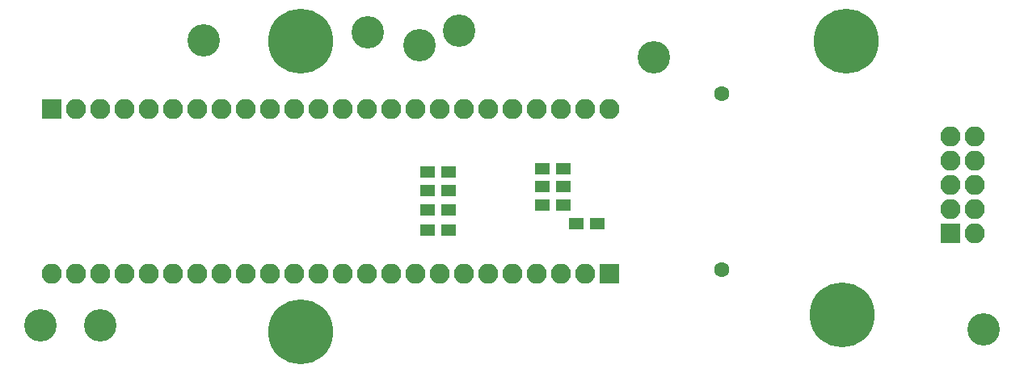
<source format=gbs>
G04 #@! TF.FileFunction,Soldermask,Bot*
%FSLAX46Y46*%
G04 Gerber Fmt 4.6, Leading zero omitted, Abs format (unit mm)*
G04 Created by KiCad (PCBNEW 4.0.7) date 06/06/18 19:33:03*
%MOMM*%
%LPD*%
G01*
G04 APERTURE LIST*
%ADD10C,0.100000*%
%ADD11C,1.600000*%
%ADD12C,6.800000*%
%ADD13R,1.600000X1.300000*%
%ADD14C,3.400000*%
%ADD15R,2.100000X2.100000*%
%ADD16O,2.100000X2.100000*%
G04 APERTURE END LIST*
D10*
D11*
X88163980Y-82562920D03*
X88163980Y-64135920D03*
D12*
X101205640Y-58598740D03*
X44055640Y-58598740D03*
X100728780Y-87342980D03*
X44055640Y-89078740D03*
D13*
X59471740Y-72313800D03*
X57271740Y-72313800D03*
X59479360Y-74312780D03*
X57279360Y-74312780D03*
X59476820Y-76293980D03*
X57276820Y-76293980D03*
X59494780Y-78425040D03*
X57294780Y-78425040D03*
X72864800Y-77726540D03*
X75064800Y-77726540D03*
X69298640Y-75783440D03*
X71498640Y-75783440D03*
X69308800Y-73827640D03*
X71508800Y-73827640D03*
X69318960Y-71950580D03*
X71518960Y-71950580D03*
D14*
X56502300Y-59042300D03*
X81010760Y-60325000D03*
X33830260Y-58519060D03*
X51074320Y-57650380D03*
X60629800Y-57508140D03*
X115559840Y-88800940D03*
X16776700Y-88381840D03*
X23047960Y-88374220D03*
D15*
X112052100Y-78770480D03*
D16*
X114592100Y-78770480D03*
X112052100Y-76230480D03*
X114592100Y-76230480D03*
X112052100Y-73690480D03*
X114592100Y-73690480D03*
X112052100Y-71150480D03*
X114592100Y-71150480D03*
X112052100Y-68610480D03*
X114592100Y-68610480D03*
D15*
X17980660Y-65750000D03*
D16*
X20520660Y-65750000D03*
X23060660Y-65750000D03*
X25600660Y-65750000D03*
X28140660Y-65750000D03*
X30680660Y-65750000D03*
X33220660Y-65750000D03*
X35760660Y-65750000D03*
X38300660Y-65750000D03*
X40840660Y-65750000D03*
X43380660Y-65750000D03*
X45920660Y-65750000D03*
X48460660Y-65750000D03*
X51000660Y-65750000D03*
X53540660Y-65750000D03*
X56080660Y-65750000D03*
X58620660Y-65750000D03*
X61160660Y-65750000D03*
X63700660Y-65750000D03*
X66240660Y-65750000D03*
X68780660Y-65750000D03*
X71320660Y-65750000D03*
X73860660Y-65750000D03*
X76400660Y-65750000D03*
D15*
X76380340Y-83000000D03*
D16*
X73840340Y-83000000D03*
X71300340Y-83000000D03*
X68760340Y-83000000D03*
X66220340Y-83000000D03*
X63680340Y-83000000D03*
X61140340Y-83000000D03*
X58600340Y-83000000D03*
X56060340Y-83000000D03*
X53520340Y-83000000D03*
X50980340Y-83000000D03*
X48440340Y-83000000D03*
X45900340Y-83000000D03*
X43360340Y-83000000D03*
X40820340Y-83000000D03*
X38280340Y-83000000D03*
X35740340Y-83000000D03*
X33200340Y-83000000D03*
X30660340Y-83000000D03*
X28120340Y-83000000D03*
X25580340Y-83000000D03*
X23040340Y-83000000D03*
X20500340Y-83000000D03*
X17960340Y-83000000D03*
M02*

</source>
